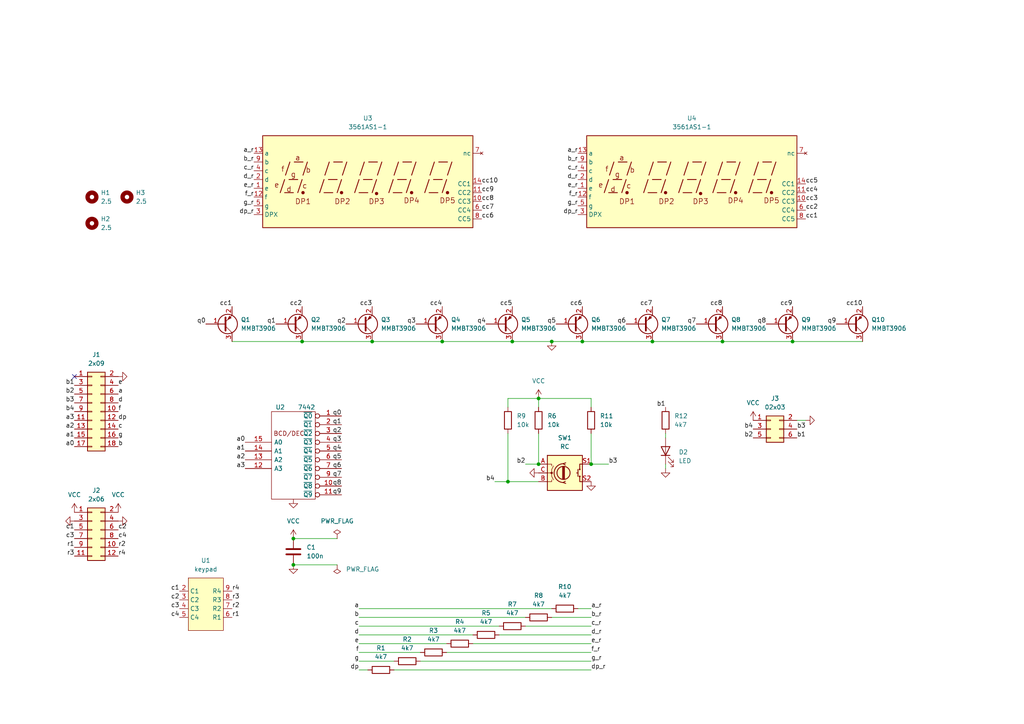
<source format=kicad_sch>
(kicad_sch (version 20230121) (generator eeschema)
  (paper "A4")
  (title_block (title "10-Digit display with keyboard") (date "2022-12-27") (rev "1.0") (company "S59MZ"))
  (lib_symbols
    (symbol "74xx_IEEE:7442" (pin_names (offset 0.762))
      (property "Reference" "U" (at 6.35 13.97 0))
      (property "Value" "7442" (at 8.89 -15.24 0))
      (symbol "7442_0_0"
        (rectangle (start -6.35 12.7) (end 6.35 -12.7))
        (text "BCD/DEC" (at -1.27 6.35 0) (effects (font (size 1.27 1.27))))
        (pin power_in line (at 0 12.7 270) (length 0) hide (name "VCC") (number "16"))
        (pin power_in line (at 0 -12.7 90) (length 0) hide (name "GND") (number "8"))
      )
      (symbol "7442_1_1"
        (pin output inverted (at 13.97 11.43 180) (length 7.62) (name "~{Q0}") (number "1"))
        (pin output inverted (at 13.97 -8.89 180) (length 7.62) (name "~{Q8}") (number "10"))
        (pin output inverted (at 13.97 -11.43 180) (length 7.62) (name "~{Q9}") (number "11"))
        (pin input line (at -13.97 -3.81 0) (length 7.62) (name "A3") (number "12"))
        (pin input line (at -13.97 -1.27 0) (length 7.62) (name "A2") (number "13"))
        (pin input line (at -13.97 1.27 0) (length 7.62) (name "A1") (number "14"))
        (pin input line (at -13.97 3.81 0) (length 7.62) (name "A0") (number "15"))
        (pin output inverted (at 13.97 8.89 180) (length 7.62) (name "~{Q1}") (number "2"))
        (pin output inverted (at 13.97 6.35 180) (length 7.62) (name "~{Q2}") (number "3"))
        (pin output inverted (at 13.97 3.81 180) (length 7.62) (name "~{Q3}") (number "4"))
        (pin output inverted (at 13.97 1.27 180) (length 7.62) (name "~{Q4}") (number "5"))
        (pin output inverted (at 13.97 -1.27 180) (length 7.62) (name "~{Q5}") (number "6"))
        (pin output inverted (at 13.97 -3.81 180) (length 7.62) (name "~{Q6}") (number "7"))
        (pin output inverted (at 13.97 -6.35 180) (length 7.62) (name "~{Q7}") (number "9"))
      )
    )
    (symbol "Connector_Generic:Conn_02x03_Odd_Even" (pin_names (offset 1.016) hide)
      (property "Reference" "J" (at 1.27 5.08 0))
      (property "Value" "Conn_02x03_Odd_Even" (at 1.27 -5.08 0))
      (symbol "Conn_02x03_Odd_Even_1_1"
        (rectangle (start -1.27 -2.413) (end 0 -2.667) (stroke (width 0.1524)))
        (rectangle (start -1.27 0.127) (end 0 -0.127) (stroke (width 0.1524)))
        (rectangle (start -1.27 2.667) (end 0 2.413) (stroke (width 0.1524)))
        (rectangle (start -1.27 3.81) (end 3.81 -3.81) (stroke (width 0.254)) (fill (type background)))
        (rectangle (start 3.81 -2.413) (end 2.54 -2.667) (stroke (width 0.1524)))
        (rectangle (start 3.81 0.127) (end 2.54 -0.127) (stroke (width 0.1524)))
        (rectangle (start 3.81 2.667) (end 2.54 2.413) (stroke (width 0.1524)))
        (pin passive line (at -5.08 2.54 0) (length 3.81) (name "Pin_1") (number "1"))
        (pin passive line (at 7.62 2.54 180) (length 3.81) (name "Pin_2") (number "2"))
        (pin passive line (at -5.08 0 0) (length 3.81) (name "Pin_3") (number "3"))
        (pin passive line (at 7.62 0 180) (length 3.81) (name "Pin_4") (number "4"))
        (pin passive line (at -5.08 -2.54 0) (length 3.81) (name "Pin_5") (number "5"))
        (pin passive line (at 7.62 -2.54 180) (length 3.81) (name "Pin_6") (number "6"))
      )
    )
    (symbol "Connector_Generic:Conn_02x06_Odd_Even" (pin_names (offset 1.016) hide)
      (property "Reference" "J" (at 1.27 7.62 0))
      (property "Value" "Conn_02x06_Odd_Even" (at 1.27 -10.16 0))
      (symbol "Conn_02x06_Odd_Even_1_1"
        (rectangle (start -1.27 -7.493) (end 0 -7.747) (stroke (width 0.1524)))
        (rectangle (start -1.27 -4.953) (end 0 -5.207) (stroke (width 0.1524)))
        (rectangle (start -1.27 -2.413) (end 0 -2.667) (stroke (width 0.1524)))
        (rectangle (start -1.27 0.127) (end 0 -0.127) (stroke (width 0.1524)))
        (rectangle (start -1.27 2.667) (end 0 2.413) (stroke (width 0.1524)))
        (rectangle (start -1.27 5.207) (end 0 4.953) (stroke (width 0.1524)))
        (rectangle (start -1.27 6.35) (end 3.81 -8.89) (stroke (width 0.254)) (fill (type background)))
        (rectangle (start 3.81 -7.493) (end 2.54 -7.747) (stroke (width 0.1524)))
        (rectangle (start 3.81 -4.953) (end 2.54 -5.207) (stroke (width 0.1524)))
        (rectangle (start 3.81 -2.413) (end 2.54 -2.667) (stroke (width 0.1524)))
        (rectangle (start 3.81 0.127) (end 2.54 -0.127) (stroke (width 0.1524)))
        (rectangle (start 3.81 2.667) (end 2.54 2.413) (stroke (width 0.1524)))
        (rectangle (start 3.81 5.207) (end 2.54 4.953) (stroke (width 0.1524)))
        (pin passive line (at -5.08 5.08 0) (length 3.81) (name "Pin_1") (number "1"))
        (pin passive line (at 7.62 -5.08 180) (length 3.81) (name "Pin_10") (number "10"))
        (pin passive line (at -5.08 -7.62 0) (length 3.81) (name "Pin_11") (number "11"))
        (pin passive line (at 7.62 -7.62 180) (length 3.81) (name "Pin_12") (number "12"))
        (pin passive line (at 7.62 5.08 180) (length 3.81) (name "Pin_2") (number "2"))
        (pin passive line (at -5.08 2.54 0) (length 3.81) (name "Pin_3") (number "3"))
        (pin passive line (at 7.62 2.54 180) (length 3.81) (name "Pin_4") (number "4"))
        (pin passive line (at -5.08 0 0) (length 3.81) (name "Pin_5") (number "5"))
        (pin passive line (at 7.62 0 180) (length 3.81) (name "Pin_6") (number "6"))
        (pin passive line (at -5.08 -2.54 0) (length 3.81) (name "Pin_7") (number "7"))
        (pin passive line (at 7.62 -2.54 180) (length 3.81) (name "Pin_8") (number "8"))
        (pin passive line (at -5.08 -5.08 0) (length 3.81) (name "Pin_9") (number "9"))
      )
    )
    (symbol "Connector_Generic:Conn_02x09_Odd_Even" (pin_names (offset 1.016) hide)
      (property "Reference" "J" (at 1.27 12.7 0))
      (property "Value" "Conn_02x09_Odd_Even" (at 1.27 -12.7 0))
      (symbol "Conn_02x09_Odd_Even_1_1"
        (rectangle (start -1.27 -10.033) (end 0 -10.287) (stroke (width 0.1524)))
        (rectangle (start -1.27 -7.493) (end 0 -7.747) (stroke (width 0.1524)))
        (rectangle (start -1.27 -4.953) (end 0 -5.207) (stroke (width 0.1524)))
        (rectangle (start -1.27 -2.413) (end 0 -2.667) (stroke (width 0.1524)))
        (rectangle (start -1.27 0.127) (end 0 -0.127) (stroke (width 0.1524)))
        (rectangle (start -1.27 2.667) (end 0 2.413) (stroke (width 0.1524)))
        (rectangle (start -1.27 5.207) (end 0 4.953) (stroke (width 0.1524)))
        (rectangle (start -1.27 7.747) (end 0 7.493) (stroke (width 0.1524)))
        (rectangle (start -1.27 10.287) (end 0 10.033) (stroke (width 0.1524)))
        (rectangle (start -1.27 11.43) (end 3.81 -11.43) (stroke (width 0.254)) (fill (type background)))
        (rectangle (start 3.81 -10.033) (end 2.54 -10.287) (stroke (width 0.1524)))
        (rectangle (start 3.81 -7.493) (end 2.54 -7.747) (stroke (width 0.1524)))
        (rectangle (start 3.81 -4.953) (end 2.54 -5.207) (stroke (width 0.1524)))
        (rectangle (start 3.81 -2.413) (end 2.54 -2.667) (stroke (width 0.1524)))
        (rectangle (start 3.81 0.127) (end 2.54 -0.127) (stroke (width 0.1524)))
        (rectangle (start 3.81 2.667) (end 2.54 2.413) (stroke (width 0.1524)))
        (rectangle (start 3.81 5.207) (end 2.54 4.953) (stroke (width 0.1524)))
        (rectangle (start 3.81 7.747) (end 2.54 7.493) (stroke (width 0.1524)))
        (rectangle (start 3.81 10.287) (end 2.54 10.033) (stroke (width 0.1524)))
        (pin passive line (at -5.08 10.16 0) (length 3.81) (name "Pin_1") (number "1"))
        (pin passive line (at 7.62 0 180) (length 3.81) (name "Pin_10") (number "10"))
        (pin passive line (at -5.08 -2.54 0) (length 3.81) (name "Pin_11") (number "11"))
        (pin passive line (at 7.62 -2.54 180) (length 3.81) (name "Pin_12") (number "12"))
        (pin passive line (at -5.08 -5.08 0) (length 3.81) (name "Pin_13") (number "13"))
        (pin passive line (at 7.62 -5.08 180) (length 3.81) (name "Pin_14") (number "14"))
        (pin passive line (at -5.08 -7.62 0) (length 3.81) (name "Pin_15") (number "15"))
        (pin passive line (at 7.62 -7.62 180) (length 3.81) (name "Pin_16") (number "16"))
        (pin passive line (at -5.08 -10.16 0) (length 3.81) (name "Pin_17") (number "17"))
        (pin passive line (at 7.62 -10.16 180) (length 3.81) (name "Pin_18") (number "18"))
        (pin passive line (at 7.62 10.16 180) (length 3.81) (name "Pin_2") (number "2"))
        (pin passive line (at -5.08 7.62 0) (length 3.81) (name "Pin_3") (number "3"))
        (pin passive line (at 7.62 7.62 180) (length 3.81) (name "Pin_4") (number "4"))
        (pin passive line (at -5.08 5.08 0) (length 3.81) (name "Pin_5") (number "5"))
        (pin passive line (at 7.62 5.08 180) (length 3.81) (name "Pin_6") (number "6"))
        (pin passive line (at -5.08 2.54 0) (length 3.81) (name "Pin_7") (number "7"))
        (pin passive line (at 7.62 2.54 180) (length 3.81) (name "Pin_8") (number "8"))
        (pin passive line (at -5.08 0 0) (length 3.81) (name "Pin_9") (number "9"))
      )
    )
    (symbol "Device:C" (pin_numbers hide) (pin_names (offset 0.254))
      (property "Reference" "C" (at 0.635 2.54 0))
      (property "Value" "C" (at 0.635 -2.54 0))
      (symbol "C_0_1"
        (polyline (pts (xy -2.032 -0.762) (xy 2.032 -0.762)) (stroke (width 0.508)))
        (polyline (pts (xy -2.032 0.762) (xy 2.032 0.762)) (stroke (width 0.508)))
      )
      (symbol "C_1_1"
        (pin passive line (at 0 3.81 270) (length 2.794) (name "~") (number "1"))
        (pin passive line (at 0 -3.81 90) (length 2.794) (name "~") (number "2"))
      )
    )
    (symbol "Device:LED" (pin_numbers hide) (pin_names (offset 1.016) hide)
      (property "Reference" "D" (at 0 2.54 0))
      (property "Value" "LED" (at 0 -2.54 0))
      (symbol "LED_0_1"
        (polyline (pts (xy -1.27 -1.27) (xy -1.27 1.27)) (stroke (width 0.254)))
        (polyline (pts (xy -1.27 0) (xy 1.27 0)))
        (polyline (pts (xy 1.27 -1.27) (xy 1.27 1.27) (xy -1.27 0) (xy 1.27 -1.27)) (stroke (width 0.254)))
        (polyline (pts (xy -3.048 -0.762) (xy -4.572 -2.286) (xy -3.81 -2.286) (xy -4.572 -2.286) (xy -4.572 -1.524)))
        (polyline (pts (xy -1.778 -0.762) (xy -3.302 -2.286) (xy -2.54 -2.286) (xy -3.302 -2.286) (xy -3.302 -1.524)))
      )
      (symbol "LED_1_1"
        (pin passive line (at -3.81 0 0) (length 2.54) (name "K") (number "1"))
        (pin passive line (at 3.81 0 180) (length 2.54) (name "A") (number "2"))
      )
    )
    (symbol "Device:R" (pin_numbers hide) (pin_names (offset 0))
      (property "Reference" "R" (at 2.032 0 90))
      (property "Value" "R" (at 0 0 90))
      (symbol "R_0_1"
        (rectangle (start -1.016 -2.54) (end 1.016 2.54) (stroke (width 0.254)))
      )
      (symbol "R_1_1"
        (pin passive line (at 0 3.81 270) (length 1.27) (name "~") (number "1"))
        (pin passive line (at 0 -3.81 90) (length 1.27) (name "~") (number "2"))
      )
    )
    (symbol "Device:RotaryEncoder_Switch" (pin_names (offset 0.254) hide)
      (property "Reference" "SW" (at 0 6.604 0))
      (property "Value" "RotaryEncoder_Switch" (at 0 -6.604 0))
      (symbol "RotaryEncoder_Switch_0_1"
        (rectangle (start -5.08 5.08) (end 5.08 -5.08) (stroke (width 0.254)) (fill (type background)))
        (circle (center -3.81 0) (radius 0.254) (fill (type outline)))
        (circle (center -0.381 0) (radius 1.905) (stroke (width 0.254)))
        (arc (start -0.381 2.667) (mid -3.0988 -0.0635) (end -0.381 -2.794) (stroke (width 0.254)))
        (polyline (pts (xy -0.635 -1.778) (xy -0.635 1.778)) (stroke (width 0.254)))
        (polyline (pts (xy -0.381 -1.778) (xy -0.381 1.778)) (stroke (width 0.254)))
        (polyline (pts (xy -0.127 1.778) (xy -0.127 -1.778)) (stroke (width 0.254)))
        (polyline (pts (xy 3.81 0) (xy 3.429 0)) (stroke (width 0.254)))
        (polyline (pts (xy 3.81 1.016) (xy 3.81 -1.016)) (stroke (width 0.254)))
        (polyline (pts (xy -5.08 -2.54) (xy -3.81 -2.54) (xy -3.81 -2.032)))
        (polyline (pts (xy -5.08 2.54) (xy -3.81 2.54) (xy -3.81 2.032)))
        (polyline (pts (xy 0.254 -3.048) (xy -0.508 -2.794) (xy 0.127 -2.413)) (stroke (width 0.254)))
        (polyline (pts (xy 0.254 2.921) (xy -0.508 2.667) (xy 0.127 2.286)) (stroke (width 0.254)))
        (polyline (pts (xy 5.08 -2.54) (xy 4.318 -2.54) (xy 4.318 -1.016)) (stroke (width 0.254)))
        (polyline (pts (xy 5.08 2.54) (xy 4.318 2.54) (xy 4.318 1.016)) (stroke (width 0.254)))
        (polyline (pts (xy -5.08 0) (xy -3.81 0) (xy -3.81 -1.016) (xy -3.302 -2.032)))
        (polyline (pts (xy -4.318 0) (xy -3.81 0) (xy -3.81 1.016) (xy -3.302 2.032)))
        (circle (center 4.318 -1.016) (radius 0.127) (stroke (width 0.254)))
        (circle (center 4.318 1.016) (radius 0.127) (stroke (width 0.254)))
      )
      (symbol "RotaryEncoder_Switch_1_1"
        (pin passive line (at -7.62 2.54 0) (length 2.54) (name "A") (number "A"))
        (pin passive line (at -7.62 -2.54 0) (length 2.54) (name "B") (number "B"))
        (pin passive line (at -7.62 0 0) (length 2.54) (name "C") (number "C"))
        (pin passive line (at 7.62 2.54 180) (length 2.54) (name "S1") (number "S1"))
        (pin passive line (at 7.62 -2.54 180) (length 2.54) (name "S2") (number "S2"))
      )
    )
    (symbol "Mechanical:MountingHole" (pin_names (offset 1.016))
      (property "Reference" "H" (at 0 5.08 0))
      (property "Value" "MountingHole" (at 0 3.175 0))
      (symbol "MountingHole_0_1"
        (circle (center 0 0) (radius 1.27) (stroke (width 1.27)))
      )
    )
    (symbol "Transistor_BJT:MMBT3906" (pin_names (offset 0) hide)
      (property "Reference" "Q" (at 5.08 1.905 0))
      (property "Value" "MMBT3906" (at 5.08 0 0))
      (symbol "MMBT3906_0_1"
        (polyline (pts (xy 0.635 0.635) (xy 2.54 2.54)))
        (polyline (pts (xy 0.635 -0.635) (xy 2.54 -2.54) (xy 2.54 -2.54)))
        (polyline (pts (xy 0.635 1.905) (xy 0.635 -1.905) (xy 0.635 -1.905)) (stroke (width 0.508)))
        (polyline (pts (xy 2.286 -1.778) (xy 1.778 -2.286) (xy 1.27 -1.27) (xy 2.286 -1.778) (xy 2.286 -1.778)) (fill (type outline)))
        (circle (center 1.27 0) (radius 2.8194) (stroke (width 0.254)))
      )
      (symbol "MMBT3906_1_1"
        (pin input line (at -5.08 0 0) (length 5.715) (name "B") (number "1"))
        (pin passive line (at 2.54 -5.08 90) (length 2.54) (name "E") (number "2"))
        (pin passive line (at 2.54 5.08 270) (length 2.54) (name "C") (number "3"))
      )
    )
    (symbol "display:3561AS1-1"
      (property "Reference" "U?" (at 0 17.78 0))
      (property "Value" "3561AS1-1" (at 0 15.24 0))
      (symbol "3561AS1-1_0_0"
        (rectangle (start -25.4 12.7) (end 35.56 -13.97) (stroke (width 0.254)) (fill (type background)))
        (polyline (pts (xy -20.32 -3.81) (xy -19.05 0)) (stroke (width 0.254)))
        (polyline (pts (xy -19.05 -3.81) (xy -16.51 -3.81)) (stroke (width 0.254)))
        (polyline (pts (xy -18.796 1.27) (xy -17.526 5.08)) (stroke (width 0.254)))
        (polyline (pts (xy -17.78 0) (xy -15.24 0)) (stroke (width 0.254)))
        (polyline (pts (xy -16.256 5.08) (xy -13.716 5.08)) (stroke (width 0.254)))
        (polyline (pts (xy -15.24 -3.81) (xy -13.97 0)) (stroke (width 0.254)))
        (polyline (pts (xy -13.716 1.27) (xy -12.446 5.08)) (stroke (width 0.254)))
        (polyline (pts (xy -8.89 -3.81) (xy -7.62 0)) (stroke (width 0.254)))
        (polyline (pts (xy -7.62 -3.81) (xy -5.08 -3.81)) (stroke (width 0.254)))
        (polyline (pts (xy -7.366 1.27) (xy -6.096 5.08)) (stroke (width 0.254)))
        (polyline (pts (xy -6.35 0) (xy -3.81 0)) (stroke (width 0.254)))
        (polyline (pts (xy -4.826 5.08) (xy -2.286 5.08)) (stroke (width 0.254)))
        (polyline (pts (xy -3.81 -3.81) (xy -2.54 0)) (stroke (width 0.254)))
        (polyline (pts (xy -2.286 1.27) (xy -1.016 5.08)) (stroke (width 0.254)))
        (polyline (pts (xy 1.27 -3.81) (xy 2.54 0)) (stroke (width 0.254)))
        (polyline (pts (xy 2.54 -3.81) (xy 5.08 -3.81)) (stroke (width 0.254)))
        (polyline (pts (xy 2.794 1.27) (xy 4.064 5.08)) (stroke (width 0.254)))
        (polyline (pts (xy 3.81 0) (xy 6.35 0)) (stroke (width 0.254)))
        (polyline (pts (xy 5.334 5.08) (xy 7.874 5.08)) (stroke (width 0.254)))
        (polyline (pts (xy 6.35 -3.81) (xy 7.62 0)) (stroke (width 0.254)))
        (polyline (pts (xy 7.874 1.27) (xy 9.144 5.08)) (stroke (width 0.254)))
        (polyline (pts (xy 11.176 -3.81) (xy 12.446 0)) (stroke (width 0.254)))
        (polyline (pts (xy 12.446 -3.81) (xy 14.986 -3.81)) (stroke (width 0.254)))
        (polyline (pts (xy 12.7 1.27) (xy 13.97 5.08)) (stroke (width 0.254)))
        (polyline (pts (xy 13.716 0) (xy 16.256 0)) (stroke (width 0.254)))
        (polyline (pts (xy 15.24 5.08) (xy 17.78 5.08)) (stroke (width 0.254)))
        (polyline (pts (xy 16.256 -3.81) (xy 17.526 0)) (stroke (width 0.254)))
        (polyline (pts (xy 17.78 1.27) (xy 19.05 5.08)) (stroke (width 0.254)))
        (polyline (pts (xy 21.59 -3.81) (xy 22.86 0)) (stroke (width 0.254)))
        (polyline (pts (xy 22.86 -3.81) (xy 25.4 -3.81)) (stroke (width 0.254)))
        (polyline (pts (xy 23.114 1.27) (xy 24.384 5.08)) (stroke (width 0.254)))
        (polyline (pts (xy 24.13 0) (xy 26.67 0)) (stroke (width 0.254)))
        (polyline (pts (xy 25.654 5.08) (xy 28.194 5.08)) (stroke (width 0.254)))
        (polyline (pts (xy 26.67 -3.81) (xy 27.94 0)) (stroke (width 0.254)))
        (polyline (pts (xy 28.194 1.27) (xy 29.464 5.08)) (stroke (width 0.254)))
        (text "a" (at -15.24 6.35 0) (effects (font (size 1.524 1.524))))
        (text "b" (at -12.192 2.794 0) (effects (font (size 1.524 1.524))))
        (text "c" (at -13.208 -1.778 0) (effects (font (size 1.524 1.524))))
        (text "d" (at -17.78 -2.794 0) (effects (font (size 1.524 1.524))))
        (text "DP1" (at -13.716 -6.35 0) (effects (font (size 1.524 1.524))))
        (text "DP2" (at -2.286 -6.35 0) (effects (font (size 1.524 1.524))))
        (text "DP3" (at 7.62 -6.35 0) (effects (font (size 1.524 1.524))))
        (text "DP4" (at 17.78 -6.096 0) (effects (font (size 1.524 1.524))))
        (text "DP5" (at 28.194 -6.096 0) (effects (font (size 1.524 1.524))))
        (text "e" (at -21.336 -1.524 0) (effects (font (size 1.524 1.524))))
        (text "f" (at -19.558 3.048 0) (effects (font (size 1.524 1.524))))
        (text "g" (at -16.51 1.524 0) (effects (font (size 1.524 1.524))))
      )
      (symbol "3561AS1-1_0_1"
        (circle (center -13.716 -3.81) (radius 0.3556) (stroke (width 0.254)) (fill (type outline)))
        (circle (center -2.54 -3.81) (radius 0.3556) (stroke (width 0.254)) (fill (type outline)))
      )
      (symbol "3561AS1-1_1_0"
        (circle (center 7.62 -4.064) (radius 0.3556) (stroke (width 0.254)) (fill (type outline)))
        (circle (center 17.78 -3.81) (radius 0.3556) (stroke (width 0.254)) (fill (type outline)))
        (circle (center 28.194 -3.81) (radius 0.3556) (stroke (width 0.254)) (fill (type outline)))
      )
      (symbol "3561AS1-1_1_1"
        (pin input line (at -27.94 -2.54 0) (length 2.54) (name "e") (number "1"))
        (pin input line (at 38.1 -6.35 180) (length 2.54) (name "CC3") (number "10"))
        (pin input line (at 38.1 -3.81 180) (length 2.54) (name "CC2") (number "11"))
        (pin input line (at -27.94 -5.08 0) (length 2.54) (name "f") (number "12"))
        (pin input line (at -27.94 7.62 0) (length 2.54) (name "a") (number "13"))
        (pin input line (at 38.1 -1.27 180) (length 2.54) (name "CC1") (number "14"))
        (pin input line (at -27.94 0 0) (length 2.54) (name "d") (number "2"))
        (pin input line (at -27.94 -10.16 0) (length 2.54) (name "DPX") (number "3"))
        (pin input line (at -27.94 2.54 0) (length 2.54) (name "c") (number "4"))
        (pin input line (at -27.94 -7.62 0) (length 2.54) (name "g") (number "5"))
        (pin input line (at 38.1 -8.89 180) (length 2.54) (name "CC4") (number "6"))
        (pin no_connect line (at 38.1 7.62 180) (length 2.54) (name "nc") (number "7"))
        (pin input line (at 38.1 -11.43 180) (length 2.54) (name "CC5") (number "8"))
        (pin input line (at -27.94 5.08 0) (length 2.54) (name "b") (number "9"))
      )
    )
    (symbol "display:keypad"
      (property "Reference" "U" (at 0 2.54 0))
      (property "Value" "keypad" (at 0 0 0))
      (symbol "keypad_0_1"
        (rectangle (start -5.08 -2.54) (end 5.08 -17.78) (fill (type background)))
      )
      (symbol "keypad_1_1"
        (pin no_connect line (at -7.62 -3.81 0) (length 2.54) hide (name "nc") (number "1"))
        (pin no_connect line (at 7.62 -3.81 180) (length 2.54) hide (name "nc") (number "10"))
        (pin input line (at -7.62 -6.35 0) (length 2.54) (name "C1") (number "2"))
        (pin input line (at -7.62 -8.89 0) (length 2.54) (name "C2") (number "3"))
        (pin input line (at -7.62 -11.43 0) (length 2.54) (name "C3") (number "4"))
        (pin input line (at -7.62 -13.97 0) (length 2.54) (name "C4") (number "5"))
        (pin input line (at 7.62 -13.97 180) (length 2.54) (name "R1") (number "6"))
        (pin input line (at 7.62 -11.43 180) (length 2.54) (name "R2") (number "7"))
        (pin input line (at 7.62 -8.89 180) (length 2.54) (name "R3") (number "8"))
        (pin input line (at 7.62 -6.35 180) (length 2.54) (name "R4") (number "9"))
      )
    )
    (symbol "power:GND" (power) (pin_names (offset 0))
      (property "Value" "GND" (at 0 -3.81 0))
      (symbol "GND_0_1"
        (polyline (pts (xy 0 0) (xy 0 -1.27) (xy 1.27 -1.27) (xy 0 -2.54) (xy -1.27 -1.27) (xy 0 -1.27)))
      )
      (symbol "GND_1_1"
        (pin power_in line (at 0 0 270) (length 0) hide (name "GND") (number "1"))
      )
    )
    (symbol "power:PWR_FLAG" (power) (pin_numbers hide) (pin_names (offset 0) hide)
      (property "Value" "PWR_FLAG" (at 0 3.81 0))
      (symbol "PWR_FLAG_0_0"
        (pin power_out line (at 0 0 90) (length 0) (name "pwr") (number "1"))
      )
      (symbol "PWR_FLAG_0_1"
        (polyline (pts (xy 0 0) (xy 0 1.27) (xy -1.016 1.905) (xy 0 2.54) (xy 1.016 1.905) (xy 0 1.27)))
      )
    )
    (symbol "power:VCC" (power) (pin_names (offset 0))
      (property "Value" "VCC" (at 0 3.81 0))
      (symbol "VCC_0_1"
        (polyline (pts (xy -0.762 1.27) (xy 0 2.54)))
        (polyline (pts (xy 0 0) (xy 0 2.54)))
        (polyline (pts (xy 0 2.54) (xy 0.762 1.27)))
      )
      (symbol "VCC_1_1"
        (pin power_in line (at 0 0 90) (length 0) hide (name "VCC") (number "1"))
      )
    )
  )
  (junction (at 107.95 99.06))
  (junction (at 85.09 156.21))
  (junction (at 168.91 99.06))
  (junction (at 189.23 99.06))
  (junction (at 147.32 139.7))
  (junction (at 85.09 163.83))
  (junction (at 156.21 134.62))
  (junction (at 156.21 115.57))
  (junction (at 87.63 99.06))
  (junction (at 209.55 99.06))
  (junction (at 171.45 134.62))
  (junction (at 148.59 99.06))
  (junction (at 229.87 99.06))
  (junction (at 128.27 99.06))
  (junction (at 160.02 99.06))
  (no_connect (at 21.59 109.22))
  (wire (pts (xy 104.14 191.77) (xy 114.3 191.77)))
  (wire (pts (xy 67.31 99.06) (xy 87.63 99.06)))
  (wire (pts (xy 209.55 99.06) (xy 229.87 99.06)))
  (wire (pts (xy 104.14 179.07) (xy 152.4 179.07)))
  (wire (pts (xy 171.45 125.73) (xy 171.45 134.62)))
  (wire (pts (xy 137.16 186.69) (xy 171.45 186.69)))
  (wire (pts (xy 87.63 99.06) (xy 107.95 99.06)))
  (wire (pts (xy 148.59 99.06) (xy 160.02 99.06)))
  (wire (pts (xy 189.23 99.06) (xy 209.55 99.06)))
  (wire (pts (xy 128.27 99.06) (xy 148.59 99.06)))
  (wire (pts (xy 193.04 134.62) (xy 193.04 135.89)))
  (wire (pts (xy 156.21 115.57) (xy 156.21 118.11)))
  (wire (pts (xy 147.32 118.11) (xy 147.32 115.57)))
  (wire (pts (xy 156.21 115.57) (xy 171.45 115.57)))
  (wire (pts (xy 147.32 115.57) (xy 156.21 115.57)))
  (wire (pts (xy 152.4 181.61) (xy 171.45 181.61)))
  (wire (pts (xy 171.45 115.57) (xy 171.45 118.11)))
  (wire (pts (xy 160.02 179.07) (xy 171.45 179.07)))
  (wire (pts (xy 171.45 134.62) (xy 176.53 134.62)))
  (wire (pts (xy 152.4 134.62) (xy 156.21 134.62)))
  (wire (pts (xy 129.54 189.23) (xy 171.45 189.23)))
  (wire (pts (xy 114.3 194.31) (xy 171.45 194.31)))
  (wire (pts (xy 147.32 139.7) (xy 156.21 139.7)))
  (wire (pts (xy 121.92 191.77) (xy 171.45 191.77)))
  (wire (pts (xy 104.14 184.15) (xy 137.16 184.15)))
  (wire (pts (xy 104.14 194.31) (xy 106.68 194.31)))
  (wire (pts (xy 193.04 125.73) (xy 193.04 127)))
  (wire (pts (xy 167.64 176.53) (xy 171.45 176.53)))
  (wire (pts (xy 104.14 176.53) (xy 160.02 176.53)))
  (wire (pts (xy 85.09 163.83) (xy 97.79 163.83)))
  (wire (pts (xy 168.91 99.06) (xy 189.23 99.06)))
  (wire (pts (xy 104.14 186.69) (xy 129.54 186.69)))
  (wire (pts (xy 147.32 125.73) (xy 147.32 139.7)))
  (wire (pts (xy 233.68 121.92) (xy 231.14 121.92)))
  (wire (pts (xy 229.87 99.06) (xy 250.19 99.06)))
  (wire (pts (xy 104.14 181.61) (xy 144.78 181.61)))
  (wire (pts (xy 143.51 139.7) (xy 147.32 139.7)))
  (wire (pts (xy 104.14 189.23) (xy 121.92 189.23)))
  (wire (pts (xy 107.95 99.06) (xy 128.27 99.06)))
  (wire (pts (xy 85.09 156.21) (xy 97.79 156.21)))
  (wire (pts (xy 160.02 99.06) (xy 168.91 99.06)))
  (wire (pts (xy 156.21 125.73) (xy 156.21 134.62)))
  (wire (pts (xy 144.78 184.15) (xy 171.45 184.15)))
  (label "q2" (at 99.06 125.73 180))
  (label "q5" (at 99.06 133.35 180))
  (label "f" (at 104.14 189.23 180))
  (label "cc5" (at 233.68 53.34 0))
  (label "r4" (at 67.31 171.45 0))
  (label "g_r" (at 167.64 59.69 180))
  (label "r4" (at 34.29 161.29 0))
  (label "e" (at 104.14 186.69 180))
  (label "cc3" (at 233.68 58.42 0))
  (label "q1" (at 99.06 123.19 180))
  (label "q4" (at 140.97 93.98 180))
  (label "dp_r" (at 73.66 62.23 180))
  (label "b2" (at 21.59 114.3 180))
  (label "cc1" (at 233.68 63.5 0))
  (label "e" (at 34.29 111.76 0))
  (label "cc10" (at 250.19 88.9 180))
  (label "g" (at 34.29 127 0))
  (label "a3" (at 71.12 135.89 180))
  (label "r2" (at 34.29 158.75 0))
  (label "q1" (at 80.01 93.98 180))
  (label "c2" (at 52.07 173.99 180))
  (label "cc9" (at 139.7 55.88 0))
  (label "cc8" (at 139.7 58.42 0))
  (label "c_r" (at 73.66 49.53 180))
  (label "cc8" (at 209.55 88.9 180))
  (label "f" (at 34.29 119.38 0))
  (label "q0" (at 99.06 120.65 180))
  (label "q3" (at 120.65 93.98 180))
  (label "cc6" (at 139.7 63.5 0))
  (label "cc2" (at 233.68 60.96 0))
  (label "q2" (at 100.33 93.98 180))
  (label "b1" (at 231.14 127 0))
  (label "b1" (at 21.59 111.76 180))
  (label "a" (at 104.14 176.53 180))
  (label "b4" (at 21.59 119.38 180))
  (label "cc2" (at 87.63 88.9 180))
  (label "b_r" (at 73.66 46.99 180))
  (label "a2" (at 71.12 133.35 180))
  (label "q9" (at 242.57 93.98 180))
  (label "q4" (at 99.06 130.81 180))
  (label "b3" (at 21.59 116.84 180))
  (label "b4" (at 218.44 124.46 180))
  (label "r1" (at 21.59 158.75 180))
  (label "b_r" (at 167.64 46.99 180))
  (label "c1" (at 52.07 171.45 180))
  (label "d_r" (at 171.45 184.15 0))
  (label "f_r" (at 73.66 57.15 180))
  (label "b4" (at 143.51 139.7 180))
  (label "dp_r" (at 171.45 194.31 0))
  (label "q6" (at 181.61 93.98 180))
  (label "c4" (at 52.07 179.07 180))
  (label "cc9" (at 229.87 88.9 180))
  (label "b1" (at 193.04 118.11 180))
  (label "a0" (at 21.59 129.54 180))
  (label "d_r" (at 73.66 52.07 180))
  (label "c" (at 34.29 124.46 0))
  (label "e_r" (at 171.45 186.69 0))
  (label "d" (at 104.14 184.15 180))
  (label "r3" (at 21.59 161.29 180))
  (label "f_r" (at 167.64 57.15 180))
  (label "a3" (at 21.59 121.92 180))
  (label "cc7" (at 139.7 60.96 0))
  (label "a_r" (at 167.64 44.45 180))
  (label "a1" (at 71.12 130.81 180))
  (label "dp" (at 34.29 121.92 0))
  (label "c_r" (at 171.45 181.61 0))
  (label "cc3" (at 107.95 88.9 180))
  (label "a_r" (at 73.66 44.45 180))
  (label "cc7" (at 189.23 88.9 180))
  (label "cc6" (at 168.91 88.9 180))
  (label "r1" (at 67.31 179.07 0))
  (label "cc10" (at 139.7 53.34 0))
  (label "q8" (at 99.06 140.97 180))
  (label "a2" (at 21.59 124.46 180))
  (label "q8" (at 222.25 93.98 180))
  (label "q5" (at 161.29 93.98 180))
  (label "b" (at 34.29 129.54 0))
  (label "cc5" (at 148.59 88.9 180))
  (label "c1" (at 21.59 153.67 180))
  (label "r3" (at 67.31 173.99 0))
  (label "c3" (at 52.07 176.53 180))
  (label "q6" (at 99.06 135.89 180))
  (label "c" (at 104.14 181.61 180))
  (label "a" (at 34.29 114.3 0))
  (label "f_r" (at 171.45 189.23 0))
  (label "a_r" (at 171.45 176.53 0))
  (label "c_r" (at 167.64 49.53 180))
  (label "q7" (at 99.06 138.43 180))
  (label "q9" (at 99.06 143.51 180))
  (label "q3" (at 99.06 128.27 180))
  (label "g_r" (at 73.66 59.69 180))
  (label "b" (at 104.14 179.07 180))
  (label "g" (at 104.14 191.77 180))
  (label "q7" (at 201.93 93.98 180))
  (label "c2" (at 34.29 153.67 0))
  (label "d" (at 34.29 116.84 0))
  (label "a0" (at 71.12 128.27 180))
  (label "cc4" (at 233.68 55.88 0))
  (label "b2" (at 152.4 134.62 180))
  (label "a1" (at 21.59 127 180))
  (label "d_r" (at 167.64 52.07 180))
  (label "dp" (at 104.14 194.31 180))
  (label "b3" (at 231.14 124.46 0))
  (label "dp_r" (at 167.64 62.23 180))
  (label "q0" (at 59.69 93.98 180))
  (label "e_r" (at 73.66 54.61 180))
  (label "cc4" (at 128.27 88.9 180))
  (label "c3" (at 21.59 156.21 180))
  (label "b3" (at 176.53 134.62 0))
  (label "b2" (at 218.44 127 180))
  (label "cc1" (at 67.31 88.9 180))
  (label "c4" (at 34.29 156.21 0))
  (label "g_r" (at 171.45 191.77 0))
  (label "e_r" (at 167.64 54.61 180))
  (label "b_r" (at 171.45 179.07 0))
  (label "r2" (at 67.31 176.53 0))
  (symbol (lib_id "Transistor_BJT:MMBT3906") (at 186.69 93.98 0) (mirror x) (unit 1)
    (property "Reference" "Q7" (at 191.77 92.7099 0) (effects (justify left)))
    (property "Value" "MMBT3906" (at 191.77 95.2499 0) (effects (justify left)))
    (property "Footprint" "Package_TO_SOT_SMD:SOT-23" (effects hide))
    (property "Datasheet" "https://www.onsemi.com/pub/Collateral/2N3906-D.PDF" (effects hide))
  )
  (symbol (lib_id "power:VCC") (at 85.09 156.21 0) (unit 1)
    (property "Reference" "#PWR0101" (effects hide))
    (property "Value" "VCC" (at 85.09 151.13 0))
  )
  (symbol (lib_id "Transistor_BJT:MMBT3906") (at 64.77 93.98 0) (mirror x) (unit 1)
    (property "Reference" "Q1" (at 69.85 92.7099 0) (effects (justify left)))
    (property "Value" "MMBT3906" (at 69.85 95.2499 0) (effects (justify left)))
    (property "Footprint" "Package_TO_SOT_SMD:SOT-23" (effects hide))
    (property "Datasheet" "https://www.onsemi.com/pub/Collateral/2N3906-D.PDF" (effects hide))
  )
  (symbol (lib_id "power:VCC") (at 218.44 121.92 0) (unit 1)
    (property "Reference" "#PWR01" (effects hide))
    (property "Value" "VCC" (at 218.44 116.84 0))
  )
  (symbol (lib_id "Device:R") (at 163.83 176.53 270) (unit 1)
    (property "Reference" "R10" (at 163.83 170.18 90))
    (property "Value" "4k7" (at 163.83 172.72 90))
    (property "Footprint" "Resistor_SMD:R_0603_1608Metric_Pad0.98x0.95mm_HandSolder" (effects hide))
  )
  (symbol (lib_id "Mechanical:MountingHole") (at 26.67 57.15 0) (unit 1)
    (property "Reference" "H1" (at 29.21 55.8799 0) (effects (justify left)))
    (property "Value" "2.5" (at 29.21 58.4199 0) (effects (justify left)))
    (property "Footprint" "MountingHole:MountingHole_2.7mm_M2.5" (effects hide))
  )
  (symbol (lib_id "power:GND") (at 160.02 99.06 0) (unit 1)
    (property "Reference" "#PWR010" (effects hide))
    (property "Value" "GND" (effects hide))
  )
  (symbol (lib_id "power:VCC") (at 21.59 148.59 0) (unit 1)
    (property "Reference" "#PWR0103" (effects hide))
    (property "Value" "VCC" (at 21.59 143.51 0))
  )
  (symbol (lib_id "display:keypad") (at 59.69 165.1 0) (unit 1)
    (property "Reference" "U1" (at 59.69 162.56 0))
    (property "Value" "keypad" (at 59.69 165.1 0))
    (property "Footprint" "display_10dig:keypad hex" (effects hide))
  )
  (symbol (lib_id "Transistor_BJT:MMBT3906") (at 146.05 93.98 0) (mirror x) (unit 1)
    (property "Reference" "Q5" (at 151.13 92.7099 0) (effects (justify left)))
    (property "Value" "MMBT3906" (at 151.13 95.2499 0) (effects (justify left)))
    (property "Footprint" "Package_TO_SOT_SMD:SOT-23" (effects hide))
    (property "Datasheet" "https://www.onsemi.com/pub/Collateral/2N3906-D.PDF" (effects hide))
  )
  (symbol (lib_id "Transistor_BJT:MMBT3906") (at 247.65 93.98 0) (mirror x) (unit 1)
    (property "Reference" "Q10" (at 252.73 92.7099 0) (effects (justify left)))
    (property "Value" "MMBT3906" (at 252.73 95.2499 0) (effects (justify left)))
    (property "Footprint" "Package_TO_SOT_SMD:SOT-23" (effects hide))
    (property "Datasheet" "https://www.onsemi.com/pub/Collateral/2N3906-D.PDF" (effects hide))
  )
  (symbol (lib_id "power:GND") (at 193.04 135.89 0) (unit 1)
    (property "Reference" "#PWR013" (effects hide))
    (property "Value" "GND" (effects hide))
  )
  (symbol (lib_id "Transistor_BJT:MMBT3906") (at 207.01 93.98 0) (mirror x) (unit 1)
    (property "Reference" "Q8" (at 212.09 92.7099 0) (effects (justify left)))
    (property "Value" "MMBT3906" (at 212.09 95.2499 0) (effects (justify left)))
    (property "Footprint" "Package_TO_SOT_SMD:SOT-23" (effects hide))
    (property "Datasheet" "https://www.onsemi.com/pub/Collateral/2N3906-D.PDF" (effects hide))
  )
  (symbol (lib_id "Transistor_BJT:MMBT3906") (at 85.09 93.98 0) (mirror x) (unit 1)
    (property "Reference" "Q2" (at 90.17 92.7099 0) (effects (justify left)))
    (property "Value" "MMBT3906" (at 90.17 95.2499 0) (effects (justify left)))
    (property "Footprint" "Package_TO_SOT_SMD:SOT-23" (effects hide))
    (property "Datasheet" "https://www.onsemi.com/pub/Collateral/2N3906-D.PDF" (effects hide))
  )
  (symbol (lib_id "power:VCC") (at 34.29 148.59 0) (unit 1)
    (property "Reference" "#PWR0104" (effects hide))
    (property "Value" "VCC" (at 34.29 143.51 0))
  )
  (symbol (lib_id "74xx_IEEE:7442") (at 85.09 132.08 0) (unit 1)
    (property "Reference" "U2" (at 81.28 118.11 0))
    (property "Value" "7442" (at 88.9 118.11 0))
    (property "Footprint" "Package_DIP:DIP-16_W7.62mm_LongPads" (effects hide))
  )
  (symbol (lib_id "Device:R") (at 148.59 181.61 270) (unit 1)
    (property "Reference" "R7" (at 148.59 175.26 90))
    (property "Value" "4k7" (at 148.59 177.8 90))
    (property "Footprint" "Resistor_SMD:R_0603_1608Metric_Pad0.98x0.95mm_HandSolder" (effects hide))
  )
  (symbol (lib_id "Transistor_BJT:MMBT3906") (at 125.73 93.98 0) (mirror x) (unit 1)
    (property "Reference" "Q4" (at 130.81 92.7099 0) (effects (justify left)))
    (property "Value" "MMBT3906" (at 130.81 95.2499 0) (effects (justify left)))
    (property "Footprint" "Package_TO_SOT_SMD:SOT-23" (effects hide))
    (property "Datasheet" "https://www.onsemi.com/pub/Collateral/2N3906-D.PDF" (effects hide))
  )
  (symbol (lib_id "Device:RotaryEncoder_Switch") (at 163.83 137.16 0) (unit 1)
    (property "Reference" "SW1" (at 163.83 127 0))
    (property "Value" "RC" (at 163.83 129.54 0))
    (property "Footprint" "Rotary_Encoder:RotaryEncoder_Alps_EC11E-Switch_Vertical_H20mm" (effects hide))
  )
  (symbol (lib_id "power:GND") (at 21.59 151.13 270) (mirror x) (unit 1)
    (property "Reference" "#PWR03" (effects hide))
    (property "Value" "GND" (effects hide))
  )
  (symbol (lib_id "Transistor_BJT:MMBT3906") (at 166.37 93.98 0) (mirror x) (unit 1)
    (property "Reference" "Q6" (at 171.45 92.7099 0) (effects (justify left)))
    (property "Value" "MMBT3906" (at 171.45 95.2499 0) (effects (justify left)))
    (property "Footprint" "Package_TO_SOT_SMD:SOT-23" (effects hide))
    (property "Datasheet" "https://www.onsemi.com/pub/Collateral/2N3906-D.PDF" (effects hide))
  )
  (symbol (lib_id "power:GND") (at 156.21 137.16 270) (unit 1)
    (property "Reference" "#PWR0105" (effects hide))
    (property "Value" "GND" (effects hide))
  )
  (symbol (lib_id "Device:R") (at 193.04 121.92 0) (unit 1)
    (property "Reference" "R12" (at 195.58 120.65 0) (effects (justify left)))
    (property "Value" "4k7" (at 195.58 123.19 0) (effects (justify left)))
    (property "Footprint" "Resistor_SMD:R_0603_1608Metric_Pad0.98x0.95mm_HandSolder" (effects hide))
  )
  (symbol (lib_id "Device:R") (at 140.97 184.15 270) (unit 1)
    (property "Reference" "R5" (at 140.97 177.8 90))
    (property "Value" "4k7" (at 140.97 180.34 90))
    (property "Footprint" "Resistor_SMD:R_0603_1608Metric_Pad0.98x0.95mm_HandSolder" (effects hide))
  )
  (symbol (lib_id "Connector_Generic:Conn_02x06_Odd_Even") (at 26.67 153.67 0) (unit 1)
    (property "Reference" "J2" (at 27.94 142.24 0))
    (property "Value" "2x06" (at 27.94 144.78 0))
    (property "Footprint" "pcm:PinHeader_2x06_P2.54mm_Horizontal" (effects hide))
  )
  (symbol (lib_id "Device:R") (at 110.49 194.31 270) (unit 1)
    (property "Reference" "R1" (at 110.49 187.96 90))
    (property "Value" "4k7" (at 110.49 190.5 90))
    (property "Footprint" "Resistor_SMD:R_0603_1608Metric_Pad0.98x0.95mm_HandSolder" (effects hide))
  )
  (symbol (lib_id "Connector_Generic:Conn_02x09_Odd_Even") (at 26.67 119.38 0) (unit 1)
    (property "Reference" "J1" (at 27.94 102.87 0))
    (property "Value" "2x09" (at 27.94 105.41 0))
    (property "Footprint" "pcm:PinHeader_2x09_P2.54mm_Horizontal" (effects hide))
  )
  (symbol (lib_id "power:GND") (at 34.29 151.13 90) (unit 1)
    (property "Reference" "#PWR06" (effects hide))
    (property "Value" "GND" (effects hide))
  )
  (symbol (lib_id "Device:R") (at 133.35 186.69 270) (unit 1)
    (property "Reference" "R4" (at 133.35 180.34 90))
    (property "Value" "4k7" (at 133.35 182.88 90))
    (property "Footprint" "Resistor_SMD:R_0603_1608Metric_Pad0.98x0.95mm_HandSolder" (effects hide))
  )
  (symbol (lib_id "Transistor_BJT:MMBT3906") (at 105.41 93.98 0) (mirror x) (unit 1)
    (property "Reference" "Q3" (at 110.49 92.7099 0) (effects (justify left)))
    (property "Value" "MMBT3906" (at 110.49 95.2499 0) (effects (justify left)))
    (property "Footprint" "Package_TO_SOT_SMD:SOT-23" (effects hide))
    (property "Datasheet" "https://www.onsemi.com/pub/Collateral/2N3906-D.PDF" (effects hide))
  )
  (symbol (lib_id "power:PWR_FLAG") (at 97.79 156.21 0) (unit 1)
    (property "Reference" "#FLG01" (effects hide))
    (property "Value" "PWR_FLAG" (at 97.79 151.13 0))
  )
  (symbol (lib_id "Device:C") (at 85.09 160.02 0) (unit 1)
    (property "Reference" "C1" (at 88.9 158.7499 0) (effects (justify left)))
    (property "Value" "100n" (at 88.9 161.2899 0) (effects (justify left)))
    (property "Footprint" "Capacitor_SMD:C_0603_1608Metric_Pad1.08x0.95mm_HandSolder" (effects hide))
  )
  (symbol (lib_id "display:3561AS1-1") (at 101.6 52.07 0) (unit 1)
    (property "Reference" "U3" (at 106.68 34.29 0))
    (property "Value" "3561AS1-1" (at 106.68 36.83 0))
    (property "Footprint" "display_10dig:3561AS1-1" (effects hide))
    (property "Datasheet" "none" (effects hide))
  )
  (symbol (lib_id "power:VCC") (at 156.21 115.57 0) (unit 1)
    (property "Reference" "#PWR0107" (effects hide))
    (property "Value" "VCC" (at 156.21 110.49 0))
  )
  (symbol (lib_id "Mechanical:MountingHole") (at 36.83 57.15 0) (unit 1)
    (property "Reference" "H3" (at 39.37 55.8799 0) (effects (justify left)))
    (property "Value" "2.5" (at 39.37 58.4199 0) (effects (justify left)))
    (property "Footprint" "MountingHole:MountingHole_2.7mm_M2.5" (effects hide))
  )
  (symbol (lib_id "display:3561AS1-1") (at 195.58 52.07 0) (unit 1)
    (property "Reference" "U4" (at 200.66 34.29 0))
    (property "Value" "3561AS1-1" (at 200.66 36.83 0))
    (property "Footprint" "display_10dig:3561AS1-1" (effects hide))
    (property "Datasheet" "none" (effects hide))
  )
  (symbol (lib_id "Device:LED") (at 193.04 130.81 90) (unit 1)
    (property "Reference" "D2" (at 196.85 131.1274 90) (effects (justify right)))
    (property "Value" "LED" (at 196.85 133.6674 90) (effects (justify right)))
    (property "Footprint" "LED_THT:LED_D3.0mm" (effects hide))
  )
  (symbol (lib_id "Device:R") (at 171.45 121.92 0) (unit 1)
    (property "Reference" "R11" (at 173.99 120.6499 0) (effects (justify left)))
    (property "Value" "10k" (at 173.99 123.1899 0) (effects (justify left)))
    (property "Footprint" "Resistor_SMD:R_0603_1608Metric_Pad0.98x0.95mm_HandSolder" (effects hide))
  )
  (symbol (lib_id "power:GND") (at 171.45 139.7 0) (unit 1)
    (property "Reference" "#PWR0106" (effects hide))
    (property "Value" "GND" (effects hide))
  )
  (symbol (lib_id "Device:R") (at 125.73 189.23 270) (unit 1)
    (property "Reference" "R3" (at 125.73 182.88 90))
    (property "Value" "4k7" (at 125.73 185.42 90))
    (property "Footprint" "Resistor_SMD:R_0603_1608Metric_Pad0.98x0.95mm_HandSolder" (effects hide))
  )
  (symbol (lib_id "Device:R") (at 118.11 191.77 270) (unit 1)
    (property "Reference" "R2" (at 118.11 185.42 90))
    (property "Value" "4k7" (at 118.11 187.96 90))
    (property "Footprint" "Resistor_SMD:R_0603_1608Metric_Pad0.98x0.95mm_HandSolder" (effects hide))
  )
  (symbol (lib_id "Device:R") (at 156.21 179.07 270) (unit 1)
    (property "Reference" "R8" (at 156.21 172.72 90))
    (property "Value" "4k7" (at 156.21 175.26 90))
    (property "Footprint" "Resistor_SMD:R_0603_1608Metric_Pad0.98x0.95mm_HandSolder" (effects hide))
  )
  (symbol (lib_id "Device:R") (at 156.21 121.92 0) (unit 1)
    (property "Reference" "R6" (at 158.75 120.6499 0) (effects (justify left)))
    (property "Value" "10k" (at 158.75 123.1899 0) (effects (justify left)))
    (property "Footprint" "Resistor_SMD:R_0603_1608Metric_Pad0.98x0.95mm_HandSolder" (effects hide))
  )
  (symbol (lib_id "power:GND") (at 34.29 109.22 90) (unit 1)
    (property "Reference" "#PWR04" (effects hide))
    (property "Value" "GND" (effects hide))
  )
  (symbol (lib_id "power:GND") (at 233.68 121.92 90) (unit 1)
    (property "Reference" "#PWR02" (effects hide))
    (property "Value" "GND" (effects hide))
  )
  (symbol (lib_id "Device:R") (at 147.32 121.92 0) (unit 1)
    (property "Reference" "R9" (at 149.86 120.6499 0) (effects (justify left)))
    (property "Value" "10k" (at 149.86 123.1899 0) (effects (justify left)))
    (property "Footprint" "Resistor_SMD:R_0603_1608Metric_Pad0.98x0.95mm_HandSolder" (effects hide))
  )
  (symbol (lib_id "power:PWR_FLAG") (at 97.79 163.83 180) (unit 1)
    (property "Reference" "#FLG02" (effects hide))
    (property "Value" "PWR_FLAG" (at 100.33 165.0999 0) (effects (justify right)))
  )
  (symbol (lib_id "power:GND") (at 85.09 144.78 0) (unit 1)
    (property "Reference" "#PWR0102" (effects hide))
    (property "Value" "GND" (effects hide))
  )
  (symbol (lib_id "Mechanical:MountingHole") (at 26.67 64.77 0) (unit 1)
    (property "Reference" "H2" (at 29.21 63.4999 0) (effects (justify left)))
    (property "Value" "2.5" (at 29.21 66.0399 0) (effects (justify left)))
    (property "Footprint" "MountingHole:MountingHole_2.7mm_M2.5" (effects hide))
  )
  (symbol (lib_id "power:GND") (at 85.09 163.83 0) (unit 1)
    (property "Reference" "#PWR08" (effects hide))
    (property "Value" "GND" (effects hide))
  )
  (symbol (lib_id "Connector_Generic:Conn_02x03_Odd_Even") (at 223.52 124.46 0) (unit 1)
    (property "Reference" "J3" (at 224.79 115.57 0))
    (property "Value" "02x03" (at 224.79 118.11 0))
    (property "Footprint" "Connector_PinHeader_2.54mm:PinHeader_2x03_P2.54mm_Vertical" (effects hide))
  )
  (symbol (lib_id "Transistor_BJT:MMBT3906") (at 227.33 93.98 0) (mirror x) (unit 1)
    (property "Reference" "Q9" (at 232.41 92.7099 0) (effects (justify left)))
    (property "Value" "MMBT3906" (at 232.41 95.2499 0) (effects (justify left)))
    (property "Footprint" "Package_TO_SOT_SMD:SOT-23" (effects hide))
    (property "Datasheet" "https://www.onsemi.com/pub/Collateral/2N3906-D.PDF" (effects hide))
  )
)
</source>
